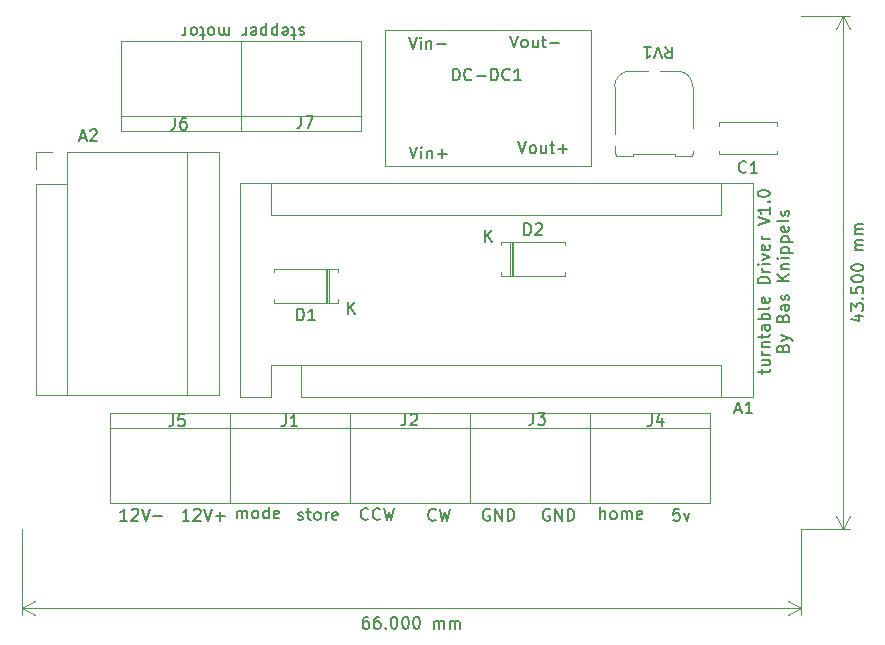
<source format=gbr>
%TF.GenerationSoftware,KiCad,Pcbnew,(5.1.6)-1*%
%TF.CreationDate,2021-06-26T17:30:22+02:00*%
%TF.ProjectId,turnTableDriver,7475726e-5461-4626-9c65-447269766572,rev?*%
%TF.SameCoordinates,Original*%
%TF.FileFunction,Legend,Top*%
%TF.FilePolarity,Positive*%
%FSLAX46Y46*%
G04 Gerber Fmt 4.6, Leading zero omitted, Abs format (unit mm)*
G04 Created by KiCad (PCBNEW (5.1.6)-1) date 2021-06-26 17:30:22*
%MOMM*%
%LPD*%
G01*
G04 APERTURE LIST*
%ADD10C,0.150000*%
%ADD11C,0.120000*%
G04 APERTURE END LIST*
D10*
X111736714Y-83461833D02*
X111736714Y-83080880D01*
X111403380Y-83318976D02*
X112260523Y-83318976D01*
X112355761Y-83271357D01*
X112403380Y-83176119D01*
X112403380Y-83080880D01*
X111736714Y-82318976D02*
X112403380Y-82318976D01*
X111736714Y-82747547D02*
X112260523Y-82747547D01*
X112355761Y-82699928D01*
X112403380Y-82604690D01*
X112403380Y-82461833D01*
X112355761Y-82366595D01*
X112308142Y-82318976D01*
X112403380Y-81842785D02*
X111736714Y-81842785D01*
X111927190Y-81842785D02*
X111831952Y-81795166D01*
X111784333Y-81747547D01*
X111736714Y-81652309D01*
X111736714Y-81557071D01*
X111736714Y-81223738D02*
X112403380Y-81223738D01*
X111831952Y-81223738D02*
X111784333Y-81176119D01*
X111736714Y-81080880D01*
X111736714Y-80938023D01*
X111784333Y-80842785D01*
X111879571Y-80795166D01*
X112403380Y-80795166D01*
X111736714Y-80461833D02*
X111736714Y-80080880D01*
X111403380Y-80318976D02*
X112260523Y-80318976D01*
X112355761Y-80271357D01*
X112403380Y-80176119D01*
X112403380Y-80080880D01*
X112403380Y-79318976D02*
X111879571Y-79318976D01*
X111784333Y-79366595D01*
X111736714Y-79461833D01*
X111736714Y-79652309D01*
X111784333Y-79747547D01*
X112355761Y-79318976D02*
X112403380Y-79414214D01*
X112403380Y-79652309D01*
X112355761Y-79747547D01*
X112260523Y-79795166D01*
X112165285Y-79795166D01*
X112070047Y-79747547D01*
X112022428Y-79652309D01*
X112022428Y-79414214D01*
X111974809Y-79318976D01*
X112403380Y-78842785D02*
X111403380Y-78842785D01*
X111784333Y-78842785D02*
X111736714Y-78747547D01*
X111736714Y-78557071D01*
X111784333Y-78461833D01*
X111831952Y-78414214D01*
X111927190Y-78366595D01*
X112212904Y-78366595D01*
X112308142Y-78414214D01*
X112355761Y-78461833D01*
X112403380Y-78557071D01*
X112403380Y-78747547D01*
X112355761Y-78842785D01*
X112403380Y-77795166D02*
X112355761Y-77890404D01*
X112260523Y-77938023D01*
X111403380Y-77938023D01*
X112355761Y-77033261D02*
X112403380Y-77128500D01*
X112403380Y-77318976D01*
X112355761Y-77414214D01*
X112260523Y-77461833D01*
X111879571Y-77461833D01*
X111784333Y-77414214D01*
X111736714Y-77318976D01*
X111736714Y-77128500D01*
X111784333Y-77033261D01*
X111879571Y-76985642D01*
X111974809Y-76985642D01*
X112070047Y-77461833D01*
X112403380Y-75795166D02*
X111403380Y-75795166D01*
X111403380Y-75557071D01*
X111451000Y-75414214D01*
X111546238Y-75318976D01*
X111641476Y-75271357D01*
X111831952Y-75223738D01*
X111974809Y-75223738D01*
X112165285Y-75271357D01*
X112260523Y-75318976D01*
X112355761Y-75414214D01*
X112403380Y-75557071D01*
X112403380Y-75795166D01*
X112403380Y-74795166D02*
X111736714Y-74795166D01*
X111927190Y-74795166D02*
X111831952Y-74747547D01*
X111784333Y-74699928D01*
X111736714Y-74604690D01*
X111736714Y-74509452D01*
X112403380Y-74176119D02*
X111736714Y-74176119D01*
X111403380Y-74176119D02*
X111451000Y-74223738D01*
X111498619Y-74176119D01*
X111451000Y-74128500D01*
X111403380Y-74176119D01*
X111498619Y-74176119D01*
X111736714Y-73795166D02*
X112403380Y-73557071D01*
X111736714Y-73318976D01*
X112355761Y-72557071D02*
X112403380Y-72652309D01*
X112403380Y-72842785D01*
X112355761Y-72938023D01*
X112260523Y-72985642D01*
X111879571Y-72985642D01*
X111784333Y-72938023D01*
X111736714Y-72842785D01*
X111736714Y-72652309D01*
X111784333Y-72557071D01*
X111879571Y-72509452D01*
X111974809Y-72509452D01*
X112070047Y-72985642D01*
X112403380Y-72080880D02*
X111736714Y-72080880D01*
X111927190Y-72080880D02*
X111831952Y-72033261D01*
X111784333Y-71985642D01*
X111736714Y-71890404D01*
X111736714Y-71795166D01*
X111403380Y-70842785D02*
X112403380Y-70509452D01*
X111403380Y-70176119D01*
X112403380Y-69318976D02*
X112403380Y-69890404D01*
X112403380Y-69604690D02*
X111403380Y-69604690D01*
X111546238Y-69699928D01*
X111641476Y-69795166D01*
X111689095Y-69890404D01*
X112308142Y-68890404D02*
X112355761Y-68842785D01*
X112403380Y-68890404D01*
X112355761Y-68938023D01*
X112308142Y-68890404D01*
X112403380Y-68890404D01*
X111403380Y-68223738D02*
X111403380Y-68128500D01*
X111451000Y-68033261D01*
X111498619Y-67985642D01*
X111593857Y-67938023D01*
X111784333Y-67890404D01*
X112022428Y-67890404D01*
X112212904Y-67938023D01*
X112308142Y-67985642D01*
X112355761Y-68033261D01*
X112403380Y-68128500D01*
X112403380Y-68223738D01*
X112355761Y-68318976D01*
X112308142Y-68366595D01*
X112212904Y-68414214D01*
X112022428Y-68461833D01*
X111784333Y-68461833D01*
X111593857Y-68414214D01*
X111498619Y-68366595D01*
X111451000Y-68318976D01*
X111403380Y-68223738D01*
X113529571Y-81247547D02*
X113577190Y-81104690D01*
X113624809Y-81057071D01*
X113720047Y-81009452D01*
X113862904Y-81009452D01*
X113958142Y-81057071D01*
X114005761Y-81104690D01*
X114053380Y-81199928D01*
X114053380Y-81580880D01*
X113053380Y-81580880D01*
X113053380Y-81247547D01*
X113101000Y-81152309D01*
X113148619Y-81104690D01*
X113243857Y-81057071D01*
X113339095Y-81057071D01*
X113434333Y-81104690D01*
X113481952Y-81152309D01*
X113529571Y-81247547D01*
X113529571Y-81580880D01*
X113386714Y-80676119D02*
X114053380Y-80438023D01*
X113386714Y-80199928D02*
X114053380Y-80438023D01*
X114291476Y-80533261D01*
X114339095Y-80580880D01*
X114386714Y-80676119D01*
X113529571Y-78723738D02*
X113577190Y-78580880D01*
X113624809Y-78533261D01*
X113720047Y-78485642D01*
X113862904Y-78485642D01*
X113958142Y-78533261D01*
X114005761Y-78580880D01*
X114053380Y-78676119D01*
X114053380Y-79057071D01*
X113053380Y-79057071D01*
X113053380Y-78723738D01*
X113101000Y-78628500D01*
X113148619Y-78580880D01*
X113243857Y-78533261D01*
X113339095Y-78533261D01*
X113434333Y-78580880D01*
X113481952Y-78628500D01*
X113529571Y-78723738D01*
X113529571Y-79057071D01*
X114053380Y-77628500D02*
X113529571Y-77628500D01*
X113434333Y-77676119D01*
X113386714Y-77771357D01*
X113386714Y-77961833D01*
X113434333Y-78057071D01*
X114005761Y-77628500D02*
X114053380Y-77723738D01*
X114053380Y-77961833D01*
X114005761Y-78057071D01*
X113910523Y-78104690D01*
X113815285Y-78104690D01*
X113720047Y-78057071D01*
X113672428Y-77961833D01*
X113672428Y-77723738D01*
X113624809Y-77628500D01*
X114005761Y-77199928D02*
X114053380Y-77104690D01*
X114053380Y-76914214D01*
X114005761Y-76818976D01*
X113910523Y-76771357D01*
X113862904Y-76771357D01*
X113767666Y-76818976D01*
X113720047Y-76914214D01*
X113720047Y-77057071D01*
X113672428Y-77152309D01*
X113577190Y-77199928D01*
X113529571Y-77199928D01*
X113434333Y-77152309D01*
X113386714Y-77057071D01*
X113386714Y-76914214D01*
X113434333Y-76818976D01*
X114053380Y-75580880D02*
X113053380Y-75580880D01*
X114053380Y-75009452D02*
X113481952Y-75438023D01*
X113053380Y-75009452D02*
X113624809Y-75580880D01*
X113386714Y-74580880D02*
X114053380Y-74580880D01*
X113481952Y-74580880D02*
X113434333Y-74533261D01*
X113386714Y-74438023D01*
X113386714Y-74295166D01*
X113434333Y-74199928D01*
X113529571Y-74152309D01*
X114053380Y-74152309D01*
X114053380Y-73676119D02*
X113386714Y-73676119D01*
X113053380Y-73676119D02*
X113101000Y-73723738D01*
X113148619Y-73676119D01*
X113101000Y-73628500D01*
X113053380Y-73676119D01*
X113148619Y-73676119D01*
X113386714Y-73199928D02*
X114386714Y-73199928D01*
X113434333Y-73199928D02*
X113386714Y-73104690D01*
X113386714Y-72914214D01*
X113434333Y-72818976D01*
X113481952Y-72771357D01*
X113577190Y-72723738D01*
X113862904Y-72723738D01*
X113958142Y-72771357D01*
X114005761Y-72818976D01*
X114053380Y-72914214D01*
X114053380Y-73104690D01*
X114005761Y-73199928D01*
X113386714Y-72295166D02*
X114386714Y-72295166D01*
X113434333Y-72295166D02*
X113386714Y-72199928D01*
X113386714Y-72009452D01*
X113434333Y-71914214D01*
X113481952Y-71866595D01*
X113577190Y-71818976D01*
X113862904Y-71818976D01*
X113958142Y-71866595D01*
X114005761Y-71914214D01*
X114053380Y-72009452D01*
X114053380Y-72199928D01*
X114005761Y-72295166D01*
X114005761Y-71009452D02*
X114053380Y-71104690D01*
X114053380Y-71295166D01*
X114005761Y-71390404D01*
X113910523Y-71438023D01*
X113529571Y-71438023D01*
X113434333Y-71390404D01*
X113386714Y-71295166D01*
X113386714Y-71104690D01*
X113434333Y-71009452D01*
X113529571Y-70961833D01*
X113624809Y-70961833D01*
X113720047Y-71438023D01*
X114053380Y-70390404D02*
X114005761Y-70485642D01*
X113910523Y-70533261D01*
X113053380Y-70533261D01*
X114005761Y-70057071D02*
X114053380Y-69961833D01*
X114053380Y-69771357D01*
X114005761Y-69676119D01*
X113910523Y-69628500D01*
X113862904Y-69628500D01*
X113767666Y-69676119D01*
X113720047Y-69771357D01*
X113720047Y-69914214D01*
X113672428Y-70009452D01*
X113577190Y-70057071D01*
X113529571Y-70057071D01*
X113434333Y-70009452D01*
X113386714Y-69914214D01*
X113386714Y-69771357D01*
X113434333Y-69676119D01*
X78428333Y-104036880D02*
X78237857Y-104036880D01*
X78142619Y-104084500D01*
X78095000Y-104132119D01*
X77999761Y-104274976D01*
X77952142Y-104465452D01*
X77952142Y-104846404D01*
X77999761Y-104941642D01*
X78047380Y-104989261D01*
X78142619Y-105036880D01*
X78333095Y-105036880D01*
X78428333Y-104989261D01*
X78475952Y-104941642D01*
X78523571Y-104846404D01*
X78523571Y-104608309D01*
X78475952Y-104513071D01*
X78428333Y-104465452D01*
X78333095Y-104417833D01*
X78142619Y-104417833D01*
X78047380Y-104465452D01*
X77999761Y-104513071D01*
X77952142Y-104608309D01*
X79380714Y-104036880D02*
X79190238Y-104036880D01*
X79095000Y-104084500D01*
X79047380Y-104132119D01*
X78952142Y-104274976D01*
X78904523Y-104465452D01*
X78904523Y-104846404D01*
X78952142Y-104941642D01*
X78999761Y-104989261D01*
X79095000Y-105036880D01*
X79285476Y-105036880D01*
X79380714Y-104989261D01*
X79428333Y-104941642D01*
X79475952Y-104846404D01*
X79475952Y-104608309D01*
X79428333Y-104513071D01*
X79380714Y-104465452D01*
X79285476Y-104417833D01*
X79095000Y-104417833D01*
X78999761Y-104465452D01*
X78952142Y-104513071D01*
X78904523Y-104608309D01*
X79904523Y-104941642D02*
X79952142Y-104989261D01*
X79904523Y-105036880D01*
X79856904Y-104989261D01*
X79904523Y-104941642D01*
X79904523Y-105036880D01*
X80571190Y-104036880D02*
X80666428Y-104036880D01*
X80761666Y-104084500D01*
X80809285Y-104132119D01*
X80856904Y-104227357D01*
X80904523Y-104417833D01*
X80904523Y-104655928D01*
X80856904Y-104846404D01*
X80809285Y-104941642D01*
X80761666Y-104989261D01*
X80666428Y-105036880D01*
X80571190Y-105036880D01*
X80475952Y-104989261D01*
X80428333Y-104941642D01*
X80380714Y-104846404D01*
X80333095Y-104655928D01*
X80333095Y-104417833D01*
X80380714Y-104227357D01*
X80428333Y-104132119D01*
X80475952Y-104084500D01*
X80571190Y-104036880D01*
X81523571Y-104036880D02*
X81618809Y-104036880D01*
X81714047Y-104084500D01*
X81761666Y-104132119D01*
X81809285Y-104227357D01*
X81856904Y-104417833D01*
X81856904Y-104655928D01*
X81809285Y-104846404D01*
X81761666Y-104941642D01*
X81714047Y-104989261D01*
X81618809Y-105036880D01*
X81523571Y-105036880D01*
X81428333Y-104989261D01*
X81380714Y-104941642D01*
X81333095Y-104846404D01*
X81285476Y-104655928D01*
X81285476Y-104417833D01*
X81333095Y-104227357D01*
X81380714Y-104132119D01*
X81428333Y-104084500D01*
X81523571Y-104036880D01*
X82475952Y-104036880D02*
X82571190Y-104036880D01*
X82666428Y-104084500D01*
X82714047Y-104132119D01*
X82761666Y-104227357D01*
X82809285Y-104417833D01*
X82809285Y-104655928D01*
X82761666Y-104846404D01*
X82714047Y-104941642D01*
X82666428Y-104989261D01*
X82571190Y-105036880D01*
X82475952Y-105036880D01*
X82380714Y-104989261D01*
X82333095Y-104941642D01*
X82285476Y-104846404D01*
X82237857Y-104655928D01*
X82237857Y-104417833D01*
X82285476Y-104227357D01*
X82333095Y-104132119D01*
X82380714Y-104084500D01*
X82475952Y-104036880D01*
X83999761Y-105036880D02*
X83999761Y-104370214D01*
X83999761Y-104465452D02*
X84047380Y-104417833D01*
X84142619Y-104370214D01*
X84285476Y-104370214D01*
X84380714Y-104417833D01*
X84428333Y-104513071D01*
X84428333Y-105036880D01*
X84428333Y-104513071D02*
X84475952Y-104417833D01*
X84571190Y-104370214D01*
X84714047Y-104370214D01*
X84809285Y-104417833D01*
X84856904Y-104513071D01*
X84856904Y-105036880D01*
X85333095Y-105036880D02*
X85333095Y-104370214D01*
X85333095Y-104465452D02*
X85380714Y-104417833D01*
X85475952Y-104370214D01*
X85618809Y-104370214D01*
X85714047Y-104417833D01*
X85761666Y-104513071D01*
X85761666Y-105036880D01*
X85761666Y-104513071D02*
X85809285Y-104417833D01*
X85904523Y-104370214D01*
X86047380Y-104370214D01*
X86142619Y-104417833D01*
X86190238Y-104513071D01*
X86190238Y-105036880D01*
D11*
X115095000Y-103314500D02*
X49095000Y-103314500D01*
X115095000Y-96629500D02*
X115095000Y-103900921D01*
X49095000Y-96629500D02*
X49095000Y-103900921D01*
X49095000Y-103314500D02*
X50221504Y-102728079D01*
X49095000Y-103314500D02*
X50221504Y-103900921D01*
X115095000Y-103314500D02*
X113968496Y-102728079D01*
X115095000Y-103314500D02*
X113968496Y-103900921D01*
D10*
X119673713Y-78546166D02*
X120340379Y-78546166D01*
X119292760Y-78784261D02*
X120007046Y-79022357D01*
X120007046Y-78403309D01*
X119340379Y-78117595D02*
X119340379Y-77498547D01*
X119721332Y-77831880D01*
X119721332Y-77689023D01*
X119768951Y-77593785D01*
X119816570Y-77546166D01*
X119911808Y-77498547D01*
X120149903Y-77498547D01*
X120245141Y-77546166D01*
X120292760Y-77593785D01*
X120340379Y-77689023D01*
X120340379Y-77974738D01*
X120292760Y-78069976D01*
X120245141Y-78117595D01*
X120245141Y-77069976D02*
X120292760Y-77022357D01*
X120340379Y-77069976D01*
X120292760Y-77117595D01*
X120245141Y-77069976D01*
X120340379Y-77069976D01*
X119340379Y-76117595D02*
X119340379Y-76593785D01*
X119816570Y-76641404D01*
X119768951Y-76593785D01*
X119721332Y-76498547D01*
X119721332Y-76260452D01*
X119768951Y-76165214D01*
X119816570Y-76117595D01*
X119911808Y-76069976D01*
X120149903Y-76069976D01*
X120245141Y-76117595D01*
X120292760Y-76165214D01*
X120340379Y-76260452D01*
X120340379Y-76498547D01*
X120292760Y-76593785D01*
X120245141Y-76641404D01*
X119340379Y-75450928D02*
X119340379Y-75355690D01*
X119387999Y-75260452D01*
X119435618Y-75212833D01*
X119530856Y-75165214D01*
X119721332Y-75117595D01*
X119959427Y-75117595D01*
X120149903Y-75165214D01*
X120245141Y-75212833D01*
X120292760Y-75260452D01*
X120340379Y-75355690D01*
X120340379Y-75450928D01*
X120292760Y-75546166D01*
X120245141Y-75593785D01*
X120149903Y-75641404D01*
X119959427Y-75689023D01*
X119721332Y-75689023D01*
X119530856Y-75641404D01*
X119435618Y-75593785D01*
X119387999Y-75546166D01*
X119340379Y-75450928D01*
X119340379Y-74498547D02*
X119340379Y-74403309D01*
X119387999Y-74308071D01*
X119435618Y-74260452D01*
X119530856Y-74212833D01*
X119721332Y-74165214D01*
X119959427Y-74165214D01*
X120149903Y-74212833D01*
X120245141Y-74260452D01*
X120292760Y-74308071D01*
X120340379Y-74403309D01*
X120340379Y-74498547D01*
X120292760Y-74593785D01*
X120245141Y-74641404D01*
X120149903Y-74689023D01*
X119959427Y-74736642D01*
X119721332Y-74736642D01*
X119530856Y-74689023D01*
X119435618Y-74641404D01*
X119387999Y-74593785D01*
X119340379Y-74498547D01*
X120340379Y-72974738D02*
X119673713Y-72974738D01*
X119768951Y-72974738D02*
X119721332Y-72927119D01*
X119673713Y-72831880D01*
X119673713Y-72689023D01*
X119721332Y-72593785D01*
X119816570Y-72546166D01*
X120340379Y-72546166D01*
X119816570Y-72546166D02*
X119721332Y-72498547D01*
X119673713Y-72403309D01*
X119673713Y-72260452D01*
X119721332Y-72165214D01*
X119816570Y-72117595D01*
X120340379Y-72117595D01*
X120340379Y-71641404D02*
X119673713Y-71641404D01*
X119768951Y-71641404D02*
X119721332Y-71593785D01*
X119673713Y-71498547D01*
X119673713Y-71355690D01*
X119721332Y-71260452D01*
X119816570Y-71212833D01*
X120340379Y-71212833D01*
X119816570Y-71212833D02*
X119721332Y-71165214D01*
X119673713Y-71069976D01*
X119673713Y-70927119D01*
X119721332Y-70831880D01*
X119816570Y-70784261D01*
X120340379Y-70784261D01*
D11*
X118617999Y-96629500D02*
X118617999Y-53129500D01*
X115095000Y-96629500D02*
X119204420Y-96629500D01*
X115095000Y-53129500D02*
X119204420Y-53129500D01*
X118617999Y-53129500D02*
X119204420Y-54256004D01*
X118617999Y-53129500D02*
X118031578Y-54256004D01*
X118617999Y-96629500D02*
X119204420Y-95502996D01*
X118617999Y-96629500D02*
X118031578Y-95502996D01*
D10*
X73000547Y-54141738D02*
X72905309Y-54094119D01*
X72714833Y-54094119D01*
X72619595Y-54141738D01*
X72571976Y-54236976D01*
X72571976Y-54284595D01*
X72619595Y-54379833D01*
X72714833Y-54427452D01*
X72857690Y-54427452D01*
X72952928Y-54475071D01*
X73000547Y-54570309D01*
X73000547Y-54617928D01*
X72952928Y-54713166D01*
X72857690Y-54760785D01*
X72714833Y-54760785D01*
X72619595Y-54713166D01*
X72286261Y-54760785D02*
X71905309Y-54760785D01*
X72143404Y-55094119D02*
X72143404Y-54236976D01*
X72095785Y-54141738D01*
X72000547Y-54094119D01*
X71905309Y-54094119D01*
X71191023Y-54141738D02*
X71286261Y-54094119D01*
X71476738Y-54094119D01*
X71571976Y-54141738D01*
X71619595Y-54236976D01*
X71619595Y-54617928D01*
X71571976Y-54713166D01*
X71476738Y-54760785D01*
X71286261Y-54760785D01*
X71191023Y-54713166D01*
X71143404Y-54617928D01*
X71143404Y-54522690D01*
X71619595Y-54427452D01*
X70714833Y-54760785D02*
X70714833Y-53760785D01*
X70714833Y-54713166D02*
X70619595Y-54760785D01*
X70429119Y-54760785D01*
X70333880Y-54713166D01*
X70286261Y-54665547D01*
X70238642Y-54570309D01*
X70238642Y-54284595D01*
X70286261Y-54189357D01*
X70333880Y-54141738D01*
X70429119Y-54094119D01*
X70619595Y-54094119D01*
X70714833Y-54141738D01*
X69810071Y-54760785D02*
X69810071Y-53760785D01*
X69810071Y-54713166D02*
X69714833Y-54760785D01*
X69524357Y-54760785D01*
X69429119Y-54713166D01*
X69381500Y-54665547D01*
X69333880Y-54570309D01*
X69333880Y-54284595D01*
X69381500Y-54189357D01*
X69429119Y-54141738D01*
X69524357Y-54094119D01*
X69714833Y-54094119D01*
X69810071Y-54141738D01*
X68524357Y-54141738D02*
X68619595Y-54094119D01*
X68810071Y-54094119D01*
X68905309Y-54141738D01*
X68952928Y-54236976D01*
X68952928Y-54617928D01*
X68905309Y-54713166D01*
X68810071Y-54760785D01*
X68619595Y-54760785D01*
X68524357Y-54713166D01*
X68476738Y-54617928D01*
X68476738Y-54522690D01*
X68952928Y-54427452D01*
X68048166Y-54094119D02*
X68048166Y-54760785D01*
X68048166Y-54570309D02*
X68000547Y-54665547D01*
X67952928Y-54713166D01*
X67857690Y-54760785D01*
X67762452Y-54760785D01*
X66667214Y-54094119D02*
X66667214Y-54760785D01*
X66667214Y-54665547D02*
X66619595Y-54713166D01*
X66524357Y-54760785D01*
X66381500Y-54760785D01*
X66286261Y-54713166D01*
X66238642Y-54617928D01*
X66238642Y-54094119D01*
X66238642Y-54617928D02*
X66191023Y-54713166D01*
X66095785Y-54760785D01*
X65952928Y-54760785D01*
X65857690Y-54713166D01*
X65810071Y-54617928D01*
X65810071Y-54094119D01*
X65191023Y-54094119D02*
X65286261Y-54141738D01*
X65333880Y-54189357D01*
X65381500Y-54284595D01*
X65381500Y-54570309D01*
X65333880Y-54665547D01*
X65286261Y-54713166D01*
X65191023Y-54760785D01*
X65048166Y-54760785D01*
X64952928Y-54713166D01*
X64905309Y-54665547D01*
X64857690Y-54570309D01*
X64857690Y-54284595D01*
X64905309Y-54189357D01*
X64952928Y-54141738D01*
X65048166Y-54094119D01*
X65191023Y-54094119D01*
X64571976Y-54760785D02*
X64191023Y-54760785D01*
X64429119Y-55094119D02*
X64429119Y-54236976D01*
X64381500Y-54141738D01*
X64286261Y-54094119D01*
X64191023Y-54094119D01*
X63714833Y-54094119D02*
X63810071Y-54141738D01*
X63857690Y-54189357D01*
X63905309Y-54284595D01*
X63905309Y-54570309D01*
X63857690Y-54665547D01*
X63810071Y-54713166D01*
X63714833Y-54760785D01*
X63571976Y-54760785D01*
X63476738Y-54713166D01*
X63429119Y-54665547D01*
X63381500Y-54570309D01*
X63381500Y-54284595D01*
X63429119Y-54189357D01*
X63476738Y-54141738D01*
X63571976Y-54094119D01*
X63714833Y-54094119D01*
X62952928Y-54094119D02*
X62952928Y-54760785D01*
X62952928Y-54570309D02*
X62905309Y-54665547D01*
X62857690Y-54713166D01*
X62762452Y-54760785D01*
X62667214Y-54760785D01*
X72485523Y-95781761D02*
X72580761Y-95829380D01*
X72771238Y-95829380D01*
X72866476Y-95781761D01*
X72914095Y-95686523D01*
X72914095Y-95638904D01*
X72866476Y-95543666D01*
X72771238Y-95496047D01*
X72628380Y-95496047D01*
X72533142Y-95448428D01*
X72485523Y-95353190D01*
X72485523Y-95305571D01*
X72533142Y-95210333D01*
X72628380Y-95162714D01*
X72771238Y-95162714D01*
X72866476Y-95210333D01*
X73199809Y-95162714D02*
X73580761Y-95162714D01*
X73342666Y-94829380D02*
X73342666Y-95686523D01*
X73390285Y-95781761D01*
X73485523Y-95829380D01*
X73580761Y-95829380D01*
X74056952Y-95829380D02*
X73961714Y-95781761D01*
X73914095Y-95734142D01*
X73866476Y-95638904D01*
X73866476Y-95353190D01*
X73914095Y-95257952D01*
X73961714Y-95210333D01*
X74056952Y-95162714D01*
X74199809Y-95162714D01*
X74295047Y-95210333D01*
X74342666Y-95257952D01*
X74390285Y-95353190D01*
X74390285Y-95638904D01*
X74342666Y-95734142D01*
X74295047Y-95781761D01*
X74199809Y-95829380D01*
X74056952Y-95829380D01*
X74818857Y-95829380D02*
X74818857Y-95162714D01*
X74818857Y-95353190D02*
X74866476Y-95257952D01*
X74914095Y-95210333D01*
X75009333Y-95162714D01*
X75104571Y-95162714D01*
X75818857Y-95781761D02*
X75723619Y-95829380D01*
X75533142Y-95829380D01*
X75437904Y-95781761D01*
X75390285Y-95686523D01*
X75390285Y-95305571D01*
X75437904Y-95210333D01*
X75533142Y-95162714D01*
X75723619Y-95162714D01*
X75818857Y-95210333D01*
X75866476Y-95305571D01*
X75866476Y-95400809D01*
X75390285Y-95496047D01*
X67326095Y-95702380D02*
X67326095Y-95035714D01*
X67326095Y-95130952D02*
X67373714Y-95083333D01*
X67468952Y-95035714D01*
X67611809Y-95035714D01*
X67707047Y-95083333D01*
X67754666Y-95178571D01*
X67754666Y-95702380D01*
X67754666Y-95178571D02*
X67802285Y-95083333D01*
X67897523Y-95035714D01*
X68040380Y-95035714D01*
X68135619Y-95083333D01*
X68183238Y-95178571D01*
X68183238Y-95702380D01*
X68802285Y-95702380D02*
X68707047Y-95654761D01*
X68659428Y-95607142D01*
X68611809Y-95511904D01*
X68611809Y-95226190D01*
X68659428Y-95130952D01*
X68707047Y-95083333D01*
X68802285Y-95035714D01*
X68945142Y-95035714D01*
X69040380Y-95083333D01*
X69088000Y-95130952D01*
X69135619Y-95226190D01*
X69135619Y-95511904D01*
X69088000Y-95607142D01*
X69040380Y-95654761D01*
X68945142Y-95702380D01*
X68802285Y-95702380D01*
X69992761Y-95702380D02*
X69992761Y-94702380D01*
X69992761Y-95654761D02*
X69897523Y-95702380D01*
X69707047Y-95702380D01*
X69611809Y-95654761D01*
X69564190Y-95607142D01*
X69516571Y-95511904D01*
X69516571Y-95226190D01*
X69564190Y-95130952D01*
X69611809Y-95083333D01*
X69707047Y-95035714D01*
X69897523Y-95035714D01*
X69992761Y-95083333D01*
X70849904Y-95654761D02*
X70754666Y-95702380D01*
X70564190Y-95702380D01*
X70468952Y-95654761D01*
X70421333Y-95559523D01*
X70421333Y-95178571D01*
X70468952Y-95083333D01*
X70564190Y-95035714D01*
X70754666Y-95035714D01*
X70849904Y-95083333D01*
X70897523Y-95178571D01*
X70897523Y-95273809D01*
X70421333Y-95369047D01*
X104759142Y-94892880D02*
X104282952Y-94892880D01*
X104235333Y-95369071D01*
X104282952Y-95321452D01*
X104378190Y-95273833D01*
X104616285Y-95273833D01*
X104711523Y-95321452D01*
X104759142Y-95369071D01*
X104806761Y-95464309D01*
X104806761Y-95702404D01*
X104759142Y-95797642D01*
X104711523Y-95845261D01*
X104616285Y-95892880D01*
X104378190Y-95892880D01*
X104282952Y-95845261D01*
X104235333Y-95797642D01*
X105140095Y-95226214D02*
X105378190Y-95892880D01*
X105616285Y-95226214D01*
X98068095Y-95765880D02*
X98068095Y-94765880D01*
X98496666Y-95765880D02*
X98496666Y-95242071D01*
X98449047Y-95146833D01*
X98353809Y-95099214D01*
X98210952Y-95099214D01*
X98115714Y-95146833D01*
X98068095Y-95194452D01*
X99115714Y-95765880D02*
X99020476Y-95718261D01*
X98972857Y-95670642D01*
X98925238Y-95575404D01*
X98925238Y-95289690D01*
X98972857Y-95194452D01*
X99020476Y-95146833D01*
X99115714Y-95099214D01*
X99258571Y-95099214D01*
X99353809Y-95146833D01*
X99401428Y-95194452D01*
X99449047Y-95289690D01*
X99449047Y-95575404D01*
X99401428Y-95670642D01*
X99353809Y-95718261D01*
X99258571Y-95765880D01*
X99115714Y-95765880D01*
X99877619Y-95765880D02*
X99877619Y-95099214D01*
X99877619Y-95194452D02*
X99925238Y-95146833D01*
X100020476Y-95099214D01*
X100163333Y-95099214D01*
X100258571Y-95146833D01*
X100306190Y-95242071D01*
X100306190Y-95765880D01*
X100306190Y-95242071D02*
X100353809Y-95146833D01*
X100449047Y-95099214D01*
X100591904Y-95099214D01*
X100687142Y-95146833D01*
X100734761Y-95242071D01*
X100734761Y-95765880D01*
X101591904Y-95718261D02*
X101496666Y-95765880D01*
X101306190Y-95765880D01*
X101210952Y-95718261D01*
X101163333Y-95623023D01*
X101163333Y-95242071D01*
X101210952Y-95146833D01*
X101306190Y-95099214D01*
X101496666Y-95099214D01*
X101591904Y-95146833D01*
X101639523Y-95242071D01*
X101639523Y-95337309D01*
X101163333Y-95432547D01*
X84129595Y-95797642D02*
X84081976Y-95845261D01*
X83939119Y-95892880D01*
X83843880Y-95892880D01*
X83701023Y-95845261D01*
X83605785Y-95750023D01*
X83558166Y-95654785D01*
X83510547Y-95464309D01*
X83510547Y-95321452D01*
X83558166Y-95130976D01*
X83605785Y-95035738D01*
X83701023Y-94940500D01*
X83843880Y-94892880D01*
X83939119Y-94892880D01*
X84081976Y-94940500D01*
X84129595Y-94988119D01*
X84462928Y-94892880D02*
X84701023Y-95892880D01*
X84891500Y-95178595D01*
X85081976Y-95892880D01*
X85320071Y-94892880D01*
X78422595Y-95734142D02*
X78374976Y-95781761D01*
X78232119Y-95829380D01*
X78136880Y-95829380D01*
X77994023Y-95781761D01*
X77898785Y-95686523D01*
X77851166Y-95591285D01*
X77803547Y-95400809D01*
X77803547Y-95257952D01*
X77851166Y-95067476D01*
X77898785Y-94972238D01*
X77994023Y-94877000D01*
X78136880Y-94829380D01*
X78232119Y-94829380D01*
X78374976Y-94877000D01*
X78422595Y-94924619D01*
X79422595Y-95734142D02*
X79374976Y-95781761D01*
X79232119Y-95829380D01*
X79136880Y-95829380D01*
X78994023Y-95781761D01*
X78898785Y-95686523D01*
X78851166Y-95591285D01*
X78803547Y-95400809D01*
X78803547Y-95257952D01*
X78851166Y-95067476D01*
X78898785Y-94972238D01*
X78994023Y-94877000D01*
X79136880Y-94829380D01*
X79232119Y-94829380D01*
X79374976Y-94877000D01*
X79422595Y-94924619D01*
X79755928Y-94829380D02*
X79994023Y-95829380D01*
X80184500Y-95115095D01*
X80374976Y-95829380D01*
X80613071Y-94829380D01*
X88709595Y-94940500D02*
X88614357Y-94892880D01*
X88471500Y-94892880D01*
X88328642Y-94940500D01*
X88233404Y-95035738D01*
X88185785Y-95130976D01*
X88138166Y-95321452D01*
X88138166Y-95464309D01*
X88185785Y-95654785D01*
X88233404Y-95750023D01*
X88328642Y-95845261D01*
X88471500Y-95892880D01*
X88566738Y-95892880D01*
X88709595Y-95845261D01*
X88757214Y-95797642D01*
X88757214Y-95464309D01*
X88566738Y-95464309D01*
X89185785Y-95892880D02*
X89185785Y-94892880D01*
X89757214Y-95892880D01*
X89757214Y-94892880D01*
X90233404Y-95892880D02*
X90233404Y-94892880D01*
X90471500Y-94892880D01*
X90614357Y-94940500D01*
X90709595Y-95035738D01*
X90757214Y-95130976D01*
X90804833Y-95321452D01*
X90804833Y-95464309D01*
X90757214Y-95654785D01*
X90709595Y-95750023D01*
X90614357Y-95845261D01*
X90471500Y-95892880D01*
X90233404Y-95892880D01*
X93789595Y-94940500D02*
X93694357Y-94892880D01*
X93551500Y-94892880D01*
X93408642Y-94940500D01*
X93313404Y-95035738D01*
X93265785Y-95130976D01*
X93218166Y-95321452D01*
X93218166Y-95464309D01*
X93265785Y-95654785D01*
X93313404Y-95750023D01*
X93408642Y-95845261D01*
X93551500Y-95892880D01*
X93646738Y-95892880D01*
X93789595Y-95845261D01*
X93837214Y-95797642D01*
X93837214Y-95464309D01*
X93646738Y-95464309D01*
X94265785Y-95892880D02*
X94265785Y-94892880D01*
X94837214Y-95892880D01*
X94837214Y-94892880D01*
X95313404Y-95892880D02*
X95313404Y-94892880D01*
X95551500Y-94892880D01*
X95694357Y-94940500D01*
X95789595Y-95035738D01*
X95837214Y-95130976D01*
X95884833Y-95321452D01*
X95884833Y-95464309D01*
X95837214Y-95654785D01*
X95789595Y-95750023D01*
X95694357Y-95845261D01*
X95551500Y-95892880D01*
X95313404Y-95892880D01*
X58007404Y-95892880D02*
X57435976Y-95892880D01*
X57721690Y-95892880D02*
X57721690Y-94892880D01*
X57626452Y-95035738D01*
X57531214Y-95130976D01*
X57435976Y-95178595D01*
X58388357Y-94988119D02*
X58435976Y-94940500D01*
X58531214Y-94892880D01*
X58769309Y-94892880D01*
X58864547Y-94940500D01*
X58912166Y-94988119D01*
X58959785Y-95083357D01*
X58959785Y-95178595D01*
X58912166Y-95321452D01*
X58340738Y-95892880D01*
X58959785Y-95892880D01*
X59245500Y-94892880D02*
X59578833Y-95892880D01*
X59912166Y-94892880D01*
X60245500Y-95511928D02*
X61007404Y-95511928D01*
X63285904Y-95892880D02*
X62714476Y-95892880D01*
X63000190Y-95892880D02*
X63000190Y-94892880D01*
X62904952Y-95035738D01*
X62809714Y-95130976D01*
X62714476Y-95178595D01*
X63666857Y-94988119D02*
X63714476Y-94940500D01*
X63809714Y-94892880D01*
X64047809Y-94892880D01*
X64143047Y-94940500D01*
X64190666Y-94988119D01*
X64238285Y-95083357D01*
X64238285Y-95178595D01*
X64190666Y-95321452D01*
X63619238Y-95892880D01*
X64238285Y-95892880D01*
X64524000Y-94892880D02*
X64857333Y-95892880D01*
X65190666Y-94892880D01*
X65524000Y-95511928D02*
X66285904Y-95511928D01*
X65904952Y-95892880D02*
X65904952Y-95130976D01*
D11*
%TO.C,C1*%
X113063500Y-64870000D02*
X108123500Y-64870000D01*
X113063500Y-62130000D02*
X108123500Y-62130000D01*
X113063500Y-64870000D02*
X113063500Y-64555000D01*
X113063500Y-62445000D02*
X113063500Y-62130000D01*
X108123500Y-64870000D02*
X108123500Y-64555000D01*
X108123500Y-62445000D02*
X108123500Y-62130000D01*
%TO.C,RV1*%
X99285000Y-64839500D02*
X99285000Y-64149500D01*
X99385000Y-64839500D02*
X99285000Y-64839500D01*
X105905000Y-64839500D02*
X105905000Y-64589500D01*
X105805000Y-64839500D02*
X105905000Y-64839500D01*
X105805000Y-65039500D02*
X105805000Y-64839500D01*
X104385000Y-64839500D02*
X104385000Y-65039500D01*
X100595000Y-57819500D02*
X102085000Y-57819500D01*
X99285000Y-63109500D02*
X99285000Y-59129500D01*
X105905000Y-59129500D02*
X105905000Y-62669500D01*
X103105000Y-57819500D02*
X104595000Y-57819500D01*
X99385000Y-65039500D02*
X99385000Y-64839500D01*
X100805000Y-65039500D02*
X99385000Y-65039500D01*
X100805000Y-64839500D02*
X100805000Y-65039500D01*
X104385000Y-64839500D02*
X100805000Y-64839500D01*
X105805000Y-65039500D02*
X104385000Y-65039500D01*
X104595000Y-57819500D02*
G75*
G02*
X105905000Y-59129500I0J-1310000D01*
G01*
X99285000Y-59129500D02*
G75*
G02*
X100595000Y-57819500I1310000J0D01*
G01*
%TO.C,J7*%
X77851000Y-61658500D02*
X67691000Y-61658500D01*
X77851000Y-62928500D02*
X77851000Y-55308500D01*
X77851000Y-55308500D02*
X67691000Y-55308500D01*
X67691000Y-55308500D02*
X67691000Y-62928500D01*
X67691000Y-62928500D02*
X77851000Y-62928500D01*
%TO.C,J6*%
X67691000Y-61658500D02*
X57531000Y-61658500D01*
X67691000Y-62928500D02*
X67691000Y-55308500D01*
X67691000Y-55308500D02*
X57531000Y-55308500D01*
X57531000Y-55308500D02*
X57531000Y-62928500D01*
X57531000Y-62928500D02*
X67691000Y-62928500D01*
%TO.C,J5*%
X56542000Y-88074500D02*
X66702000Y-88074500D01*
X56542000Y-86804500D02*
X56542000Y-94424500D01*
X56542000Y-94424500D02*
X66702000Y-94424500D01*
X66702000Y-94424500D02*
X66702000Y-86804500D01*
X66702000Y-86804500D02*
X56542000Y-86804500D01*
%TO.C,J4*%
X97163000Y-88074500D02*
X107323000Y-88074500D01*
X97163000Y-86804500D02*
X97163000Y-94424500D01*
X97163000Y-94424500D02*
X107323000Y-94424500D01*
X107323000Y-94424500D02*
X107323000Y-86804500D01*
X107323000Y-86804500D02*
X97163000Y-86804500D01*
%TO.C,J3*%
X87003000Y-88074500D02*
X97163000Y-88074500D01*
X87003000Y-86804500D02*
X87003000Y-94424500D01*
X87003000Y-94424500D02*
X97163000Y-94424500D01*
X97163000Y-94424500D02*
X97163000Y-86804500D01*
X97163000Y-86804500D02*
X87003000Y-86804500D01*
%TO.C,J2*%
X76843000Y-88074500D02*
X87003000Y-88074500D01*
X76843000Y-86804500D02*
X76843000Y-94424500D01*
X76843000Y-94424500D02*
X87003000Y-94424500D01*
X87003000Y-94424500D02*
X87003000Y-86804500D01*
X87003000Y-86804500D02*
X76843000Y-86804500D01*
%TO.C,J1*%
X66683000Y-88074500D02*
X76843000Y-88074500D01*
X66683000Y-86804500D02*
X66683000Y-94424500D01*
X66683000Y-94424500D02*
X76843000Y-94424500D01*
X76843000Y-94424500D02*
X76843000Y-86804500D01*
X76843000Y-86804500D02*
X66683000Y-86804500D01*
%TO.C,DC-DC1*%
X97320500Y-54317000D02*
X97320500Y-65817000D01*
X79820500Y-54317000D02*
X97320500Y-54317000D01*
X79820500Y-65817000D02*
X79820500Y-54317000D01*
X97320500Y-65817000D02*
X79820500Y-65817000D01*
%TO.C,D2*%
X89672500Y-72583500D02*
X89672500Y-72253500D01*
X89672500Y-72253500D02*
X95112500Y-72253500D01*
X95112500Y-72253500D02*
X95112500Y-72583500D01*
X89672500Y-74863500D02*
X89672500Y-75193500D01*
X89672500Y-75193500D02*
X95112500Y-75193500D01*
X95112500Y-75193500D02*
X95112500Y-74863500D01*
X90572500Y-72253500D02*
X90572500Y-75193500D01*
X90692500Y-72253500D02*
X90692500Y-75193500D01*
X90452500Y-72253500D02*
X90452500Y-75193500D01*
%TO.C,D1*%
X75872000Y-77149500D02*
X75872000Y-77479500D01*
X75872000Y-77479500D02*
X70432000Y-77479500D01*
X70432000Y-77479500D02*
X70432000Y-77149500D01*
X75872000Y-74869500D02*
X75872000Y-74539500D01*
X75872000Y-74539500D02*
X70432000Y-74539500D01*
X70432000Y-74539500D02*
X70432000Y-74869500D01*
X74972000Y-77479500D02*
X74972000Y-74539500D01*
X74852000Y-77479500D02*
X74852000Y-74539500D01*
X75092000Y-77479500D02*
X75092000Y-74539500D01*
%TO.C,A2*%
X63119000Y-64703500D02*
X63119000Y-85283500D01*
X52959000Y-67373500D02*
X52959000Y-85283500D01*
X51689000Y-64703500D02*
X50289000Y-64703500D01*
X50289000Y-64703500D02*
X50289000Y-66103500D01*
X52959000Y-64703500D02*
X52959000Y-67373500D01*
X52959000Y-67373500D02*
X50289000Y-67373500D01*
X50289000Y-67373500D02*
X50289000Y-85283500D01*
X50289000Y-85283500D02*
X65789000Y-85283500D01*
X65789000Y-85283500D02*
X65789000Y-64703500D01*
X65789000Y-64703500D02*
X52959000Y-64703500D01*
%TO.C,A1*%
X72738000Y-82708500D02*
X70198000Y-82708500D01*
X70198000Y-82708500D02*
X70198000Y-85378500D01*
X72738000Y-85378500D02*
X110968000Y-85378500D01*
X67528000Y-85378500D02*
X70198000Y-85378500D01*
X70198000Y-70008500D02*
X70198000Y-67338500D01*
X70198000Y-70008500D02*
X108298000Y-70008500D01*
X108298000Y-70008500D02*
X108298000Y-67338500D01*
X72738000Y-82708500D02*
X72738000Y-85378500D01*
X72738000Y-82708500D02*
X108298000Y-82708500D01*
X108298000Y-82708500D02*
X108298000Y-85378500D01*
X110968000Y-85378500D02*
X110968000Y-67338500D01*
X110968000Y-67338500D02*
X67528000Y-67338500D01*
X67528000Y-67338500D02*
X67528000Y-85378500D01*
%TO.C,C1*%
D10*
X110426833Y-66357142D02*
X110379214Y-66404761D01*
X110236357Y-66452380D01*
X110141119Y-66452380D01*
X109998261Y-66404761D01*
X109903023Y-66309523D01*
X109855404Y-66214285D01*
X109807785Y-66023809D01*
X109807785Y-65880952D01*
X109855404Y-65690476D01*
X109903023Y-65595238D01*
X109998261Y-65500000D01*
X110141119Y-65452380D01*
X110236357Y-65452380D01*
X110379214Y-65500000D01*
X110426833Y-65547619D01*
X111379214Y-66452380D02*
X110807785Y-66452380D01*
X111093500Y-66452380D02*
X111093500Y-65452380D01*
X110998261Y-65595238D01*
X110903023Y-65690476D01*
X110807785Y-65738095D01*
%TO.C,RV1*%
X103592238Y-55745119D02*
X103925571Y-56221309D01*
X104163666Y-55745119D02*
X104163666Y-56745119D01*
X103782714Y-56745119D01*
X103687476Y-56697500D01*
X103639857Y-56649880D01*
X103592238Y-56554642D01*
X103592238Y-56411785D01*
X103639857Y-56316547D01*
X103687476Y-56268928D01*
X103782714Y-56221309D01*
X104163666Y-56221309D01*
X103306523Y-56745119D02*
X102973190Y-55745119D01*
X102639857Y-56745119D01*
X101782714Y-55745119D02*
X102354142Y-55745119D01*
X102068428Y-55745119D02*
X102068428Y-56745119D01*
X102163666Y-56602261D01*
X102258904Y-56507023D01*
X102354142Y-56459404D01*
%TO.C,J7*%
X72736666Y-61646880D02*
X72736666Y-62361166D01*
X72689047Y-62504023D01*
X72593809Y-62599261D01*
X72450952Y-62646880D01*
X72355714Y-62646880D01*
X73117619Y-61646880D02*
X73784285Y-61646880D01*
X73355714Y-62646880D01*
%TO.C,J6*%
X62066666Y-61773880D02*
X62066666Y-62488166D01*
X62019047Y-62631023D01*
X61923809Y-62726261D01*
X61780952Y-62773880D01*
X61685714Y-62773880D01*
X62971428Y-61773880D02*
X62780952Y-61773880D01*
X62685714Y-61821500D01*
X62638095Y-61869119D01*
X62542857Y-62011976D01*
X62495238Y-62202452D01*
X62495238Y-62583404D01*
X62542857Y-62678642D01*
X62590476Y-62726261D01*
X62685714Y-62773880D01*
X62876190Y-62773880D01*
X62971428Y-62726261D01*
X63019047Y-62678642D01*
X63066666Y-62583404D01*
X63066666Y-62345309D01*
X63019047Y-62250071D01*
X62971428Y-62202452D01*
X62876190Y-62154833D01*
X62685714Y-62154833D01*
X62590476Y-62202452D01*
X62542857Y-62250071D01*
X62495238Y-62345309D01*
%TO.C,J5*%
X61904666Y-86891880D02*
X61904666Y-87606166D01*
X61857047Y-87749023D01*
X61761809Y-87844261D01*
X61618952Y-87891880D01*
X61523714Y-87891880D01*
X62857047Y-86891880D02*
X62380857Y-86891880D01*
X62333238Y-87368071D01*
X62380857Y-87320452D01*
X62476095Y-87272833D01*
X62714190Y-87272833D01*
X62809428Y-87320452D01*
X62857047Y-87368071D01*
X62904666Y-87463309D01*
X62904666Y-87701404D01*
X62857047Y-87796642D01*
X62809428Y-87844261D01*
X62714190Y-87891880D01*
X62476095Y-87891880D01*
X62380857Y-87844261D01*
X62333238Y-87796642D01*
%TO.C,J4*%
X102417666Y-86891880D02*
X102417666Y-87606166D01*
X102370047Y-87749023D01*
X102274809Y-87844261D01*
X102131952Y-87891880D01*
X102036714Y-87891880D01*
X103322428Y-87225214D02*
X103322428Y-87891880D01*
X103084333Y-86844261D02*
X102846238Y-87558547D01*
X103465285Y-87558547D01*
%TO.C,J3*%
X92384666Y-86764880D02*
X92384666Y-87479166D01*
X92337047Y-87622023D01*
X92241809Y-87717261D01*
X92098952Y-87764880D01*
X92003714Y-87764880D01*
X92765619Y-86764880D02*
X93384666Y-86764880D01*
X93051333Y-87145833D01*
X93194190Y-87145833D01*
X93289428Y-87193452D01*
X93337047Y-87241071D01*
X93384666Y-87336309D01*
X93384666Y-87574404D01*
X93337047Y-87669642D01*
X93289428Y-87717261D01*
X93194190Y-87764880D01*
X92908476Y-87764880D01*
X92813238Y-87717261D01*
X92765619Y-87669642D01*
%TO.C,J2*%
X81581666Y-86828380D02*
X81581666Y-87542666D01*
X81534047Y-87685523D01*
X81438809Y-87780761D01*
X81295952Y-87828380D01*
X81200714Y-87828380D01*
X82010238Y-86923619D02*
X82057857Y-86876000D01*
X82153095Y-86828380D01*
X82391190Y-86828380D01*
X82486428Y-86876000D01*
X82534047Y-86923619D01*
X82581666Y-87018857D01*
X82581666Y-87114095D01*
X82534047Y-87256952D01*
X81962619Y-87828380D01*
X82581666Y-87828380D01*
%TO.C,J1*%
X71429666Y-86891880D02*
X71429666Y-87606166D01*
X71382047Y-87749023D01*
X71286809Y-87844261D01*
X71143952Y-87891880D01*
X71048714Y-87891880D01*
X72429666Y-87891880D02*
X71858238Y-87891880D01*
X72143952Y-87891880D02*
X72143952Y-86891880D01*
X72048714Y-87034738D01*
X71953476Y-87129976D01*
X71858238Y-87177595D01*
%TO.C,DC-DC1*%
X85598357Y-58618380D02*
X85598357Y-57618380D01*
X85836452Y-57618380D01*
X85979309Y-57666000D01*
X86074547Y-57761238D01*
X86122166Y-57856476D01*
X86169785Y-58046952D01*
X86169785Y-58189809D01*
X86122166Y-58380285D01*
X86074547Y-58475523D01*
X85979309Y-58570761D01*
X85836452Y-58618380D01*
X85598357Y-58618380D01*
X87169785Y-58523142D02*
X87122166Y-58570761D01*
X86979309Y-58618380D01*
X86884071Y-58618380D01*
X86741214Y-58570761D01*
X86645976Y-58475523D01*
X86598357Y-58380285D01*
X86550738Y-58189809D01*
X86550738Y-58046952D01*
X86598357Y-57856476D01*
X86645976Y-57761238D01*
X86741214Y-57666000D01*
X86884071Y-57618380D01*
X86979309Y-57618380D01*
X87122166Y-57666000D01*
X87169785Y-57713619D01*
X87598357Y-58237428D02*
X88360261Y-58237428D01*
X88836452Y-58618380D02*
X88836452Y-57618380D01*
X89074547Y-57618380D01*
X89217404Y-57666000D01*
X89312642Y-57761238D01*
X89360261Y-57856476D01*
X89407880Y-58046952D01*
X89407880Y-58189809D01*
X89360261Y-58380285D01*
X89312642Y-58475523D01*
X89217404Y-58570761D01*
X89074547Y-58618380D01*
X88836452Y-58618380D01*
X90407880Y-58523142D02*
X90360261Y-58570761D01*
X90217404Y-58618380D01*
X90122166Y-58618380D01*
X89979309Y-58570761D01*
X89884071Y-58475523D01*
X89836452Y-58380285D01*
X89788833Y-58189809D01*
X89788833Y-58046952D01*
X89836452Y-57856476D01*
X89884071Y-57761238D01*
X89979309Y-57666000D01*
X90122166Y-57618380D01*
X90217404Y-57618380D01*
X90360261Y-57666000D01*
X90407880Y-57713619D01*
X91360261Y-58618380D02*
X90788833Y-58618380D01*
X91074547Y-58618380D02*
X91074547Y-57618380D01*
X90979309Y-57761238D01*
X90884071Y-57856476D01*
X90788833Y-57904095D01*
X90440142Y-54824380D02*
X90773476Y-55824380D01*
X91106809Y-54824380D01*
X91583000Y-55824380D02*
X91487761Y-55776761D01*
X91440142Y-55729142D01*
X91392523Y-55633904D01*
X91392523Y-55348190D01*
X91440142Y-55252952D01*
X91487761Y-55205333D01*
X91583000Y-55157714D01*
X91725857Y-55157714D01*
X91821095Y-55205333D01*
X91868714Y-55252952D01*
X91916333Y-55348190D01*
X91916333Y-55633904D01*
X91868714Y-55729142D01*
X91821095Y-55776761D01*
X91725857Y-55824380D01*
X91583000Y-55824380D01*
X92773476Y-55157714D02*
X92773476Y-55824380D01*
X92344904Y-55157714D02*
X92344904Y-55681523D01*
X92392523Y-55776761D01*
X92487761Y-55824380D01*
X92630619Y-55824380D01*
X92725857Y-55776761D01*
X92773476Y-55729142D01*
X93106809Y-55157714D02*
X93487761Y-55157714D01*
X93249666Y-54824380D02*
X93249666Y-55681523D01*
X93297285Y-55776761D01*
X93392523Y-55824380D01*
X93487761Y-55824380D01*
X93821095Y-55443428D02*
X94583000Y-55443428D01*
X81859642Y-54951380D02*
X82192976Y-55951380D01*
X82526309Y-54951380D01*
X82859642Y-55951380D02*
X82859642Y-55284714D01*
X82859642Y-54951380D02*
X82812023Y-54999000D01*
X82859642Y-55046619D01*
X82907261Y-54999000D01*
X82859642Y-54951380D01*
X82859642Y-55046619D01*
X83335833Y-55284714D02*
X83335833Y-55951380D01*
X83335833Y-55379952D02*
X83383452Y-55332333D01*
X83478690Y-55284714D01*
X83621547Y-55284714D01*
X83716785Y-55332333D01*
X83764404Y-55427571D01*
X83764404Y-55951380D01*
X84240595Y-55570428D02*
X85002500Y-55570428D01*
X81923142Y-64222380D02*
X82256476Y-65222380D01*
X82589809Y-64222380D01*
X82923142Y-65222380D02*
X82923142Y-64555714D01*
X82923142Y-64222380D02*
X82875523Y-64270000D01*
X82923142Y-64317619D01*
X82970761Y-64270000D01*
X82923142Y-64222380D01*
X82923142Y-64317619D01*
X83399333Y-64555714D02*
X83399333Y-65222380D01*
X83399333Y-64650952D02*
X83446952Y-64603333D01*
X83542190Y-64555714D01*
X83685047Y-64555714D01*
X83780285Y-64603333D01*
X83827904Y-64698571D01*
X83827904Y-65222380D01*
X84304095Y-64841428D02*
X85066000Y-64841428D01*
X84685047Y-65222380D02*
X84685047Y-64460476D01*
X91138642Y-63777880D02*
X91471976Y-64777880D01*
X91805309Y-63777880D01*
X92281500Y-64777880D02*
X92186261Y-64730261D01*
X92138642Y-64682642D01*
X92091023Y-64587404D01*
X92091023Y-64301690D01*
X92138642Y-64206452D01*
X92186261Y-64158833D01*
X92281500Y-64111214D01*
X92424357Y-64111214D01*
X92519595Y-64158833D01*
X92567214Y-64206452D01*
X92614833Y-64301690D01*
X92614833Y-64587404D01*
X92567214Y-64682642D01*
X92519595Y-64730261D01*
X92424357Y-64777880D01*
X92281500Y-64777880D01*
X93471976Y-64111214D02*
X93471976Y-64777880D01*
X93043404Y-64111214D02*
X93043404Y-64635023D01*
X93091023Y-64730261D01*
X93186261Y-64777880D01*
X93329119Y-64777880D01*
X93424357Y-64730261D01*
X93471976Y-64682642D01*
X93805309Y-64111214D02*
X94186261Y-64111214D01*
X93948166Y-63777880D02*
X93948166Y-64635023D01*
X93995785Y-64730261D01*
X94091023Y-64777880D01*
X94186261Y-64777880D01*
X94519595Y-64396928D02*
X95281500Y-64396928D01*
X94900547Y-64777880D02*
X94900547Y-64015976D01*
%TO.C,D2*%
X91654404Y-71705880D02*
X91654404Y-70705880D01*
X91892500Y-70705880D01*
X92035357Y-70753500D01*
X92130595Y-70848738D01*
X92178214Y-70943976D01*
X92225833Y-71134452D01*
X92225833Y-71277309D01*
X92178214Y-71467785D01*
X92130595Y-71563023D01*
X92035357Y-71658261D01*
X91892500Y-71705880D01*
X91654404Y-71705880D01*
X92606785Y-70801119D02*
X92654404Y-70753500D01*
X92749642Y-70705880D01*
X92987738Y-70705880D01*
X93082976Y-70753500D01*
X93130595Y-70801119D01*
X93178214Y-70896357D01*
X93178214Y-70991595D01*
X93130595Y-71134452D01*
X92559166Y-71705880D01*
X93178214Y-71705880D01*
X88320595Y-72275880D02*
X88320595Y-71275880D01*
X88892023Y-72275880D02*
X88463452Y-71704452D01*
X88892023Y-71275880D02*
X88320595Y-71847309D01*
%TO.C,D1*%
X72413904Y-78931880D02*
X72413904Y-77931880D01*
X72652000Y-77931880D01*
X72794857Y-77979500D01*
X72890095Y-78074738D01*
X72937714Y-78169976D01*
X72985333Y-78360452D01*
X72985333Y-78503309D01*
X72937714Y-78693785D01*
X72890095Y-78789023D01*
X72794857Y-78884261D01*
X72652000Y-78931880D01*
X72413904Y-78931880D01*
X73937714Y-78931880D02*
X73366285Y-78931880D01*
X73652000Y-78931880D02*
X73652000Y-77931880D01*
X73556761Y-78074738D01*
X73461523Y-78169976D01*
X73366285Y-78217595D01*
X76700095Y-78361880D02*
X76700095Y-77361880D01*
X77271523Y-78361880D02*
X76842952Y-77790452D01*
X77271523Y-77361880D02*
X76700095Y-77933309D01*
%TO.C,A2*%
X54022714Y-63476166D02*
X54498904Y-63476166D01*
X53927476Y-63761880D02*
X54260809Y-62761880D01*
X54594142Y-63761880D01*
X54879857Y-62857119D02*
X54927476Y-62809500D01*
X55022714Y-62761880D01*
X55260809Y-62761880D01*
X55356047Y-62809500D01*
X55403666Y-62857119D01*
X55451285Y-62952357D01*
X55451285Y-63047595D01*
X55403666Y-63190452D01*
X54832238Y-63761880D01*
X55451285Y-63761880D01*
%TO.C,A1*%
X109521714Y-86526666D02*
X109997904Y-86526666D01*
X109426476Y-86812380D02*
X109759809Y-85812380D01*
X110093142Y-86812380D01*
X110950285Y-86812380D02*
X110378857Y-86812380D01*
X110664571Y-86812380D02*
X110664571Y-85812380D01*
X110569333Y-85955238D01*
X110474095Y-86050476D01*
X110378857Y-86098095D01*
%TD*%
M02*

</source>
